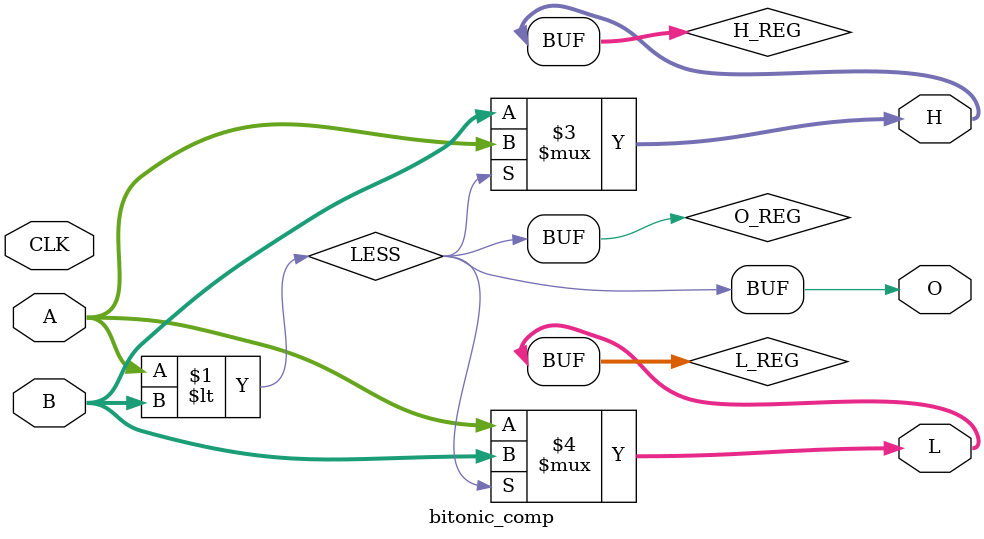
<source format=v>
`timescale 1ns / 1ps

module bitonic_comp #(
	parameter DATA_WIDTH = 16,
	parameter POLARITY = 0,
	parameter SIGNED = 0,
	parameter REGOUT_EN = 0
)
(
	input wire CLK,
	input wire [DATA_WIDTH-1:0]A,
	input wire [DATA_WIDTH-1:0]B,
	output reg [DATA_WIDTH-1:0]H,
	output reg [DATA_WIDTH-1:0]L,
	output reg O
);

reg [DATA_WIDTH-1:0]H_REG;
reg [DATA_WIDTH-1:0]L_REG;
reg O_REG;

wire LESS;

generate
	if (SIGNED == 0) begin
		assign LESS = $unsigned(A) < $unsigned(B);	
	end else begin
		assign LESS = $signed(A) < $signed(B);
	end
	
	if (POLARITY == 0) begin
		always @(*) begin
			H_REG = (LESS) ? A : B;
			L_REG = (LESS) ? B : A;
			O_REG = LESS;
		end
	end else begin
		always @(*) begin
			H_REG = (LESS) ? B : A;
			L_REG = (LESS) ? A : B;
			O_REG = ~LESS;
		end
	end
	if (REGOUT_EN == 1) begin
		always @(posedge CLK) begin
			H <= H_REG;
			L <= L_REG;
			O <= O_REG;
		end
	end else begin
		always @(*) begin
			H = H_REG;
			L = L_REG;
			O = O_REG;
		end
	end
endgenerate

endmodule

</source>
